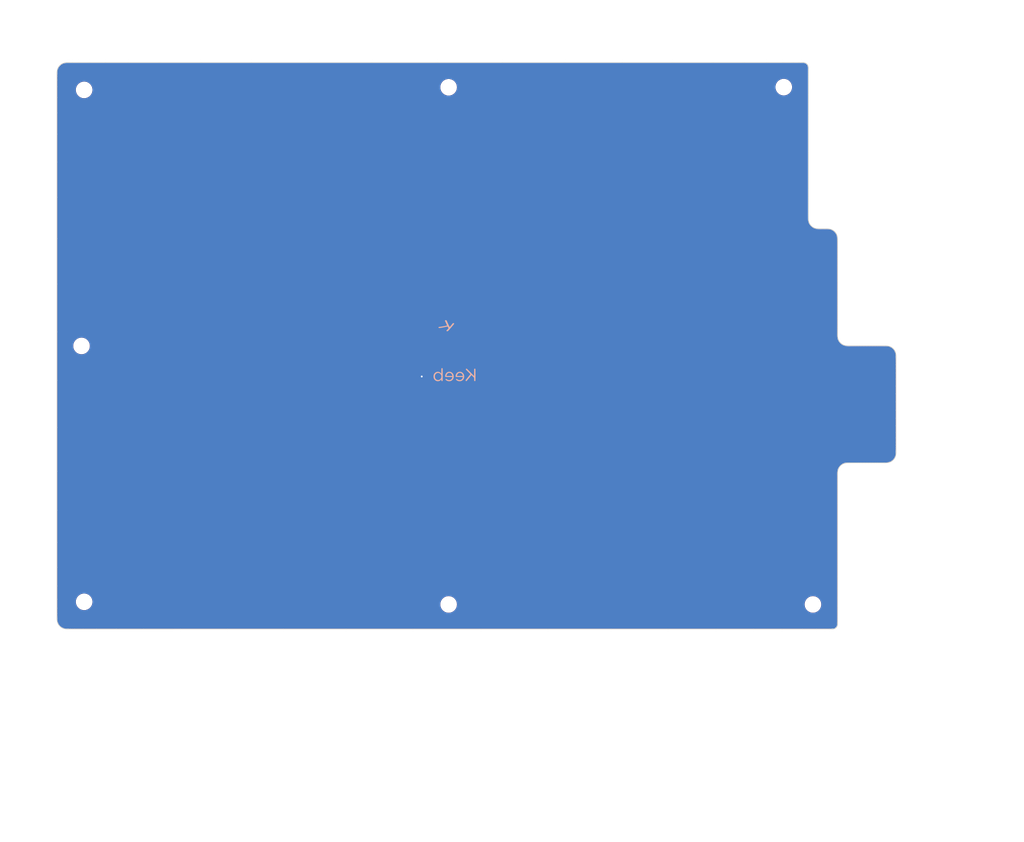
<source format=kicad_pcb>
(kicad_pcb (version 20221018) (generator pcbnew)
  (layers (0 "F.Cu" signal) (31 "B.Cu" signal) (34 "B.Paste" user) (35 "F.Paste" user) (36 "B.SilkS" user "B.Silkscreen") (37 "F.SilkS" user "F.Silkscreen") (38 "B.Mask" user) (39 "F.Mask" user) (44 "Edge.Cuts" user))
  (net 0 "")
  (net 1 "GND")
  (footprint "Mounting_Holes:MountingHole_2.2mm_M2" (layer "F.Cu") (at 138.275 103.325)
    (fp_text reference "REF**" hide)
    (fp_text value "MountingHole_2.2mm_M2" hide)
    (pad "" np_thru_hole circle (at 0 0) (size 2.2 2.2) (drill 2.2) (layers "*.Cu" "*.Mask"))
  )
  (footprint "Keebio-Parts:VIA-0.6mm" (layer "F.Cu") (at 74.6 66.225)
    (fp_text reference "REF**" hide)
    (fp_text value "VIA-0.6mm" hide)
    (pad "1" thru_hole circle (at 0 0) (size 0.6 0.6) (drill 0.3) (layers "*.Cu") (net 1 "GND"))
  )
  (footprint "Mounting_Holes:MountingHole_2.2mm_M2" (layer "F.Cu") (at 78.975 103.325)
    (fp_text reference "REF**" hide)
    (fp_text value "MountingHole_2.2mm_M2" hide)
    (pad "" np_thru_hole circle (at 0 0) (size 2.2 2.2) (drill 2.2) (layers "*.Cu" "*.Mask"))
  )
  (footprint "Mounting_Holes:MountingHole_2.2mm_M2" (layer "F.Cu") (at 19.65 102.9)
    (fp_text reference "REF**" hide)
    (fp_text value "MountingHole_2.2mm_M2" hide)
    (pad "" np_thru_hole circle (at 0 0) (size 2.2 2.2) (drill 2.2) (layers "*.Cu" "*.Mask"))
  )
  (footprint "Mounting_Holes:MountingHole_2.2mm_M2" (layer "F.Cu") (at 19.225 61.25)
    (fp_text reference "REF**" hide)
    (fp_text value "MountingHole_2.2mm_M2" hide)
    (pad "" np_thru_hole circle (at 0 0) (size 2.2 2.2) (drill 2.2) (layers "*.Cu" "*.Mask"))
  )
  (footprint "Mounting_Holes:MountingHole_2.2mm_M2" (layer "F.Cu") (at 19.65 19.575)
    (fp_text reference "REF**" hide)
    (fp_text value "MountingHole_2.2mm_M2" hide)
    (pad "" np_thru_hole circle (at 0 0) (size 2.2 2.2) (drill 2.2) (layers "*.Cu" "*.Mask"))
  )
  (footprint "Mounting_Holes:MountingHole_2.2mm_M2" (layer "F.Cu") (at 78.975 19.15)
    (fp_text reference "REF**" hide)
    (fp_text value "MountingHole_2.2mm_M2" hide)
    (pad "" np_thru_hole circle (at 0 0) (size 2.2 2.2) (drill 2.2) (layers "*.Cu" "*.Mask"))
  )
  (footprint "Mounting_Holes:MountingHole_2.2mm_M2" (layer "F.Cu") (at 133.525 19.125)
    (fp_text reference "REF**" hide)
    (fp_text value "MountingHole_2.2mm_M2" hide)
    (pad "" np_thru_hole circle (at 0 0) (size 2.2 2.2) (drill 2.2) (layers "*.Cu" "*.Mask"))
  )
  (footprint "Keebio-Art:Keebio-TwoTone" (layer "B.Cu") (at 78.58125 61.317188 180)
    (fp_text reference "G***" hide)
    (fp_text value "LOGO" hide)
  )
  (gr_line (start 15.413502 106.491109) (end 15.482171 106.60571) (stroke (width 0.1)) (layer "Edge.Cuts"))
  (gr_line (start 151.806322 78.409879) (end 151.806322 78.338959) (stroke (width 0.1)) (layer "Edge.Cuts"))
  (gr_line (start 150.947817 80.09521) (end 151.063134 80.028405) (stroke (width 0.1)) (layer "Edge.Cuts"))
  (gr_line (start 142.281322 45.007843) (end 142.281322 44.637809) (stroke (width 0.1)) (layer "Edge.Cuts"))
  (gr_line (start 137.512548 15.870954) (end 137.505899 15.815023) (stroke (width 0.1)) (layer "Edge.Cuts"))
  (gr_line (start 143.035657 80.522876) (end 143.151389 80.457205) (stroke (width 0.1)) (layer "Edge.Cuts"))
  (gr_line (start 15.219375 97.285287) (end 15.219375 100.322761) (stroke (width 0.1)) (layer "Edge.Cuts"))
  (gr_line (start 143.151389 80.457205) (end 143.270673 80.403649) (stroke (width 0.1)) (layer "Edge.Cuts"))
  (gr_line (start 15.219759 105.599903) (end 15.22189 105.688643) (stroke (width 0.1)) (layer "Edge.Cuts"))
  (gr_line (start 145.257311 61.229177) (end 144.952924 61.229177) (stroke (width 0.1)) (layer "Edge.Cuts"))
  (gr_line (start 138.383104 41.998194) (end 138.267578 41.931955) (stroke (width 0.1)) (layer "Edge.Cuts"))
  (gr_line (start 151.173595 79.950716) (end 151.278033 79.86331) (stroke (width 0.1)) (layer "Edge.Cuts"))
  (gr_line (start 137.518822 16.08866) (end 137.518822 16.046171) (stroke (width 0.1)) (layer "Edge.Cuts"))
  (gr_line (start 142.721579 80.781216) (end 142.819585 80.686049) (stroke (width 0.1)) (layer "Edge.Cuts"))
  (gr_line (start 149.989267 80.279177) (end 150.062456 80.278935) (stroke (width 0.1)) (layer "Edge.Cuts"))
  (gr_line (start 151.793239 62.710008) (end 151.779604 62.597635) (stroke (width 0.1)) (layer "Edge.Cuts"))
  (gr_line (start 137.716056 41.345596) (end 137.658635 41.22728) (stroke (width 0.1)) (layer "Edge.Cuts"))
  (gr_line (start 142.276991 106.565059) (end 142.279888 106.514858) (stroke (width 0.1)) (layer "Edge.Cuts"))
  (gr_line (start 142.263039 106.677047) (end 142.271628 106.619494) (stroke (width 0.1)) (layer "Edge.Cuts"))
  (gr_line (start 141.960397 107.169367) (end 142.012816 107.126216) (stroke (width 0.1)) (layer "Edge.Cuts"))
  (gr_line (start 97.933401 15.129177) (end 87.740958 15.129176) (stroke (width 0.1)) (layer "Edge.Cuts"))
  (gr_line (start 147.798463 80.279177) (end 148.252856 80.279177) (stroke (width 0.1)) (layer "Edge.Cuts"))
  (gr_line (start 151.806322 71.711946) (end 151.806322 70.367824) (stroke (width 0.1)) (layer "Edge.Cuts"))
  (gr_line (start 137.527116 40.642224) (end 137.521514 40.542063) (stroke (width 0.1)) (layer "Edge.Cuts"))
  (gr_line (start 151.729234 62.359555) (end 151.689454 62.238317) (stroke (width 0.1)) (layer "Edge.Cuts"))
  (gr_line (start 137.518822 29.788721) (end 137.518822 27.641593) (stroke (width 0.1)) (layer "Edge.Cuts"))
  (gr_line (start 15.219375 23.315871) (end 15.219375 26.771767) (stroke (width 0.1)) (layer "Edge.Cuts"))
  (gr_line (start 151.806322 78.338959) (end 151.806322 78.232875) (stroke (width 0.1)) (layer "Edge.Cuts"))
  (gr_line (start 141.294712 107.329187) (end 141.371663 107.329186) (stroke (width 0.1)) (layer "Edge.Cuts"))
  (gr_line (start 142.281322 58.592667) (end 142.281322 58.150658) (stroke (width 0.1)) (layer "Edge.Cuts"))
  (gr_line (start 150.097897 61.229888) (end 150.018663 61.229194) (stroke (width 0.1)) (layer "Edge.Cuts"))
  (gr_line (start 66.514364 15.129176) (end 56.291979 15.129176) (stroke (width 0.1)) (layer "Edge.Cuts"))
  (gr_line (start 144.540732 61.229177) (end 144.410394 61.229177) (stroke (width 0.1)) (layer "Edge.Cuts"))
  (gr_line (start 142.281322 105.271317) (end 142.281322 104.563018) (stroke (width 0.1)) (layer "Edge.Cuts"))
  (gr_line (start 128.616107 107.329313) (end 133.243508 107.329267) (stroke (width 0.1)) (layer "Edge.Cuts"))
  (gr_line (start 142.510064 60.450536) (end 142.446889 60.333945) (stroke (width 0.1)) (layer "Edge.Cuts"))
  (gr_line (start 15.219375 102.486889) (end 15.219375 103.929587) (stroke (width 0.1)) (layer "Edge.Cuts"))
  (gr_line (start 151.806322 78.473098) (end 151.806322 78.409879) (stroke (width 0.1)) (layer "Edge.Cuts"))
  (gr_line (start 15.336244 16.138316) (end 15.296463 16.259553) (stroke (width 0.1)) (layer "Edge.Cuts"))
  (gr_line (start 142.281322 90.485591) (end 142.281322 88.554205) (stroke (width 0.1)) (layer "Edge.Cuts"))
  (gr_line (start 140.461056 42.179177) (end 140.403387 42.179177) (stroke (width 0.1)) (layer "Edge.Cuts"))
  (gr_line (start 141.297899 42.305992) (end 141.176797 42.263833) (stroke (width 0.1)) (layer "Edge.Cuts"))
  (gr_line (start 139.396757 42.179177) (end 139.339089 42.179177) (stroke (width 0.1)) (layer "Edge.Cuts"))
  (gr_line (start 141.90503 107.207614) (end 141.960397 107.169367) (stroke (width 0.1)) (layer "Edge.Cuts"))
  (gr_line (start 145.465639 80.279177) (end 145.877663 80.279177) (stroke (width 0.1)) (layer "Edge.Cuts"))
  (gr_line (start 142.281322 96.841829) (end 142.281322 94.711233) (stroke (width 0.1)) (layer "Edge.Cuts"))
  (gr_line (start 142.631817 80.883881) (end 142.721579 80.781216) (stroke (width 0.1)) (layer "Edge.Cuts"))
  (gr_line (start 142.281399 59.460957) (end 142.281322 59.392268) (stroke (width 0.1)) (layer "Edge.Cuts"))
  (gr_line (start 142.317973 81.586468) (end 142.343182 81.467077) (stroke (width 0.1)) (layer "Edge.Cuts"))
  (gr_line (start 15.219375 19.066457) (end 15.219375 20.798074) (stroke (width 0.1)) (layer "Edge.Cuts"))
  (gr_line (start 141.371663 107.329186) (end 141.407501 107.329098) (stroke (width 0.1)) (layer "Edge.Cuts"))
  (gr_line (start 142.281322 59.392268) (end 142.281322 59.328807) (stroke (width 0.1)) (layer "Edge.Cuts"))
  (gr_line (start 142.307215 59.855053) (end 142.293894 59.742993) (stroke (width 0.1)) (layer "Edge.Cuts"))
  (gr_line (start 137.518822 35.528531) (end 137.518822 33.814018) (stroke (width 0.1)) (layer "Edge.Cuts"))
  (gr_line (start 46.87138 15.129176) (end 38.658451 15.129176) (stroke (width 0.1)) (layer "Edge.Cuts"))
  (gr_line (start 148.999334 80.279177) (end 149.265983 80.279177) (stroke (width 0.1)) (layer "Edge.Cuts"))
  (gr_line (start 142.300755 81.701842) (end 142.317973 81.586468) (stroke (width 0.1)) (layer "Edge.Cuts"))
  (gr_line (start 15.237489 105.89671) (end 15.254003 106.011569) (stroke (width 0.1)) (layer "Edge.Cuts"))
  (gr_line (start 150.354339 80.263128) (end 150.468289 80.247753) (stroke (width 0.1)) (layer "Edge.Cuts"))
  (gr_line (start 142.281322 59.112156) (end 142.281322 58.904006) (stroke (width 0.1)) (layer "Edge.Cuts"))
  (gr_line (start 15.219375 105.258363) (end 15.219375 105.448274) (stroke (width 0.1)) (layer "Edge.Cuts"))
  (gr_line (start 150.879911 61.380181) (end 150.759477 61.332465) (stroke (width 0.1)) (layer "Edge.Cuts"))
  (gr_line (start 15.806784 15.493771) (end 15.705268 15.584965) (stroke (width 0.1)) (layer "Edge.Cuts"))
  (gr_line (start 145.634417 61.229177) (end 145.257311 61.229177) (stroke (width 0.1)) (layer "Edge.Cuts"))
  (gr_line (start 137.518822 21.644226) (end 137.518822 20.065867) (stroke (width 0.1)) (layer "Edge.Cuts"))
  (gr_line (start 15.219375 100.322761) (end 15.219375 102.486889) (stroke (width 0.1)) (layer "Edge.Cuts"))
  (gr_line (start 16.623496 15.150947) (end 16.50731 15.169371) (stroke (width 0.1)) (layer "Edge.Cuts"))
  (gr_line (start 115.447161 15.129177) (end 107.304096 15.129177) (stroke (width 0.1)) (layer "Edge.Cuts"))
  (gr_line (start 137.518822 40.228079) (end 137.518822 40.08311) (stroke (width 0.1)) (layer "Edge.Cuts"))
  (gr_line (start 145.118388 80.279177) (end 145.465639 80.279177) (stroke (width 0.1)) (layer "Edge.Cuts"))
  (gr_line (start 137.518822 40.311621) (end 137.518822 40.228079) (stroke (width 0.1)) (layer "Edge.Cuts"))
  (gr_line (start 137.495698 15.756447) (end 137.481185 15.696341) (stroke (width 0.1)) (layer "Edge.Cuts"))
  (gr_line (start 107.304096 15.129177) (end 97.933401 15.129177) (stroke (width 0.1)) (layer "Edge.Cuts"))
  (gr_line (start 142.281322 82.143455) (end 142.281326 82.078471) (stroke (width 0.1)) (layer "Edge.Cuts"))
  (gr_line (start 137.521514 40.542063) (end 137.519257 40.452734) (stroke (width 0.1)) (layer "Edge.Cuts"))
  (gr_line (start 23.121398 15.129176) (end 20.473628 15.129176) (stroke (width 0.1)) (layer "Edge.Cuts"))
  (gr_line (start 142.281322 82.225081) (end 142.281322 82.143455) (stroke (width 0.1)) (layer "Edge.Cuts"))
  (gr_line (start 143.56343 61.187875) (end 143.443472 61.160766) (stroke (width 0.1)) (layer "Edge.Cuts"))
  (gr_line (start 140.205713 42.179177) (end 140.167848 42.179177) (stroke (width 0.1)) (layer "Edge.Cuts"))
  (gr_line (start 145.877663 80.279177) (end 146.335754 80.279177) (stroke (width 0.1)) (layer "Edge.Cuts"))
  (gr_line (start 151.806227 62.993642) (end 151.805028 62.910246) (stroke (width 0.1)) (layer "Edge.Cuts"))
  (gr_line (start 143.322207 61.123819) (end 143.201871 61.075509) (stroke (width 0.1)) (layer "Edge.Cuts"))
  (gr_line (start 142.262557 43.607373) (end 142.245693 43.492254) (stroke (width 0.1)) (layer "Edge.Cuts"))
  (gr_line (start 142.281322 106.35923) (end 142.281322 106.34689) (stroke (width 0.1)) (layer "Edge.Cuts"))
  (gr_line (start 142.281322 49.376336) (end 142.281322 48.162078) (stroke (width 0.1)) (layer "Edge.Cuts"))
  (gr_line (start 142.281322 103.593802) (end 142.281322 102.322755) (stroke (width 0.1)) (layer "Edge.Cuts"))
  (gr_line (start 138.502245 42.052362) (end 138.383104 41.998194) (stroke (width 0.1)) (layer "Edge.Cuts"))
  (gr_line (start 142.281077 106.470005) (end 142.28132 106.431615) (stroke (width 0.1)) (layer "Edge.Cuts"))
  (gr_line (start 141.787795 107.267091) (end 141.847298 107.240374) (stroke (width 0.1)) (layer "Edge.Cuts"))
  (gr_line (start 150.707766 80.192707) (end 150.828822 80.149989) (stroke (width 0.1)) (layer "Edge.Cuts"))
  (gr_line (start 151.806322 69.038392) (end 151.806322 67.774852) (stroke (width 0.1)) (layer "Edge.Cuts"))
  (gr_line (start 150.518388 61.269372) (end 150.402202 61.250949) (stroke (width 0.1)) (layer "Edge.Cuts"))
  (gr_line (start 142.281322 44.384029) (end 142.281322 44.219022) (stroke (width 0.1)) (layer "Edge.Cuts"))
  (gr_line (start 15.219375 16.963463) (end 15.219375 17.069525) (stroke (width 0.1)) (layer "Edge.Cuts"))
  (gr_line (start 137.518822 39.43772) (end 137.518822 38.851712) (stroke (width 0.1)) (layer "Edge.Cuts"))
  (gr_line (start 137.518824 40.376472) (end 137.518822 40.311621) (stroke (width 0.1)) (layer "Edge.Cuts"))
  (gr_line (start 142.551466 80.992875) (end 142.631817 80.883881) (stroke (width 0.1)) (layer "Edge.Cuts"))
  (gr_line (start 139.08297 42.172762) (end 138.976252 42.163715) (stroke (width 0.1)) (layer "Edge.Cuts"))
  (gr_line (start 15.22189 105.688643) (end 15.227292 105.788323) (stroke (width 0.1)) (layer "Edge.Cuts"))
  (gr_line (start 142.281322 106.331493) (end 142.281322 106.33109) (stroke (width 0.1)) (layer "Edge.Cuts"))
  (gr_line (start 16.26622 15.232464) (end 16.145786 15.280179) (stroke (width 0.1)) (layer "Edge.Cuts"))
  (gr_line (start 137.481185 15.696341) (end 137.461599 15.635822) (stroke (width 0.1)) (layer "Edge.Cuts"))
  (gr_line (start 144.717816 61.229177) (end 144.540732 61.229177) (stroke (width 0.1)) (layer "Edge.Cuts"))
  (gr_line (start 16.835976 15.132729) (end 16.733796 15.139241) (stroke (width 0.1)) (layer "Edge.Cuts"))
  (gr_line (start 15.962573 107.079656) (end 16.077891 107.14646) (stroke (width 0.1)) (layer "Edge.Cuts"))
  (gr_line (start 137.51823 15.970419) (end 137.516405 15.923125) (stroke (width 0.1)) (layer "Edge.Cuts"))
  (gr_line (start 139.866 42.179177) (end 139.799152 42.179177) (stroke (width 0.1)) (layer "Edge.Cuts"))
  (gr_line (start 142.284198 81.9116) (end 142.290005 81.810965) (stroke (width 0.1)) (layer "Edge.Cuts"))
  (gr_line (start 142.281322 88.554205) (end 142.281322 86.85288) (stroke (width 0.1)) (layer "Edge.Cuts"))
  (gr_line (start 139.535623 42.179177) (end 139.508326 42.179177) (stroke (width 0.1)) (layer "Edge.Cuts"))
  (gr_line (start 144.480118 80.279177) (end 144.635898 80.279177) (stroke (width 0.1)) (layer "Edge.Cuts"))
  (gr_line (start 151.806322 66.628405) (end 151.806322 65.650241) (stroke (width 0.1)) (layer "Edge.Cuts"))
  (gr_line (start 141.498553 107.326143) (end 141.551589 107.321757) (stroke (width 0.1)) (layer "Edge.Cuts"))
  (gr_line (start 151.713619 79.200516) (end 151.747339 79.079419) (stroke (width 0.1)) (layer "Edge.Cuts"))
  (gr_line (start 139.339089 42.179177) (end 139.266623 42.17897) (stroke (width 0.1)) (layer "Edge.Cuts"))
  (gr_line (start 150.586843 80.224788) (end 150.707766 80.192707) (stroke (width 0.1)) (layer "Edge.Cuts"))
  (gr_line (start 15.219375 93.222549) (end 15.219375 97.285287) (stroke (width 0.1)) (layer "Edge.Cuts"))
  (gr_line (start 15.219375 81.655563) (end 15.219375 87.990726) (stroke (width 0.1)) (layer "Edge.Cuts"))
  (gr_line (start 140.717175 42.185592) (end 140.619639 42.181015) (stroke (width 0.1)) (layer "Edge.Cuts"))
  (gr_line (start 142.281322 106.400657) (end 142.281322 106.376839) (stroke (width 0.1)) (layer "Edge.Cuts"))
  (gr_line (start 142.281322 83.572763) (end 142.281322 82.997078) (stroke (width 0.1)) (layer "Edge.Cuts"))
  (gr_line (start 142.281322 92.565211) (end 142.281322 90.485591) (stroke (width 0.1)) (layer "Edge.Cuts"))
  (gr_line (start 150.759477 61.332465) (end 150.638224 61.296037) (stroke (width 0.1)) (layer "Edge.Cuts"))
  (gr_line (start 15.747672 106.91456) (end 15.852111 107.001967) (stroke (width 0.1)) (layer "Edge.Cuts"))
  (gr_line (start 138.623347 42.094521) (end 138.502245 42.052362) (stroke (width 0.1)) (layer "Edge.Cuts"))
  (gr_line (start 141.407501 107.329098) (end 141.450152 107.328337) (stroke (width 0.1)) (layer "Edge.Cuts"))
  (gr_line (start 143.8505 80.285275) (end 143.947526 80.280878) (stroke (width 0.1)) (layer "Edge.Cuts"))
  (gr_line (start 149.671762 61.229177) (end 149.539389 61.229177) (stroke (width 0.1)) (layer "Edge.Cuts"))
  (gr_line (start 151.689454 62.238317) (end 151.63793 62.118588) (stroke (width 0.1)) (layer "Edge.Cuts"))
  (gr_line (start 15.219376 105.524341) (end 15.219759 105.599903) (stroke (width 0.1)) (layer "Edge.Cuts"))
  (gr_line (start 140.358076 42.179177) (end 140.321945 42.179177) (stroke (width 0.1)) (layer "Edge.Cuts"))
  (gr_line (start 142.293894 59.742993) (end 142.286166 59.638467) (stroke (width 0.1)) (layer "Edge.Cuts"))
  (gr_line (start 139.4782 42.179177) (end 139.442069 42.179177) (stroke (width 0.1)) (layer "Edge.Cuts"))
  (gr_line (start 135.996709 15.129177) (end 135.036502 15.129177) (stroke (width 0.1)) (layer "Edge.Cuts"))
  (gr_line (start 151.806322 63.541923) (end 151.806322 63.338139) (stroke (width 0.1)) (layer "Edge.Cuts"))
  (gr_line (start 142.220912 43.373008) (end 142.186692 43.25187) (stroke (width 0.1)) (layer "Edge.Cuts"))
  (gr_line (start 141.643294 42.50358) (end 141.532567 42.426399) (stroke (width 0.1)) (layer "Edge.Cuts"))
  (gr_line (start 62.305565 107.329971) (end 73.163167 107.329863) (stroke (width 0.1)) (layer "Edge.Cuts"))
  (gr_line (start 151.801206 62.814957) (end 151.793239 62.710008) (stroke (width 0.1)) (layer "Edge.Cuts"))
  (gr_line (start 142.281322 106.338884) (end 142.281322 106.334274) (stroke (width 0.1)) (layer "Edge.Cuts"))
  (gr_line (start 142.281322 106.313649) (end 142.281322 106.239866) (stroke (width 0.1)) (layer "Edge.Cuts"))
  (gr_line (start 122.488364 107.329374) (end 128.616107 107.329313) (stroke (width 0.1)) (layer "Edge.Cuts"))
  (gr_line (start 18.136582 107.330409) (end 19.472433 107.330396) (stroke (width 0.1)) (layer "Edge.Cuts"))
  (gr_line (start 142.280887 43.90562) (end 142.278631 43.816291) (stroke (width 0.1)) (layer "Edge.Cuts"))
  (gr_line (start 151.669012 79.321381) (end 151.713619 79.200516) (stroke (width 0.1)) (layer "Edge.Cuts"))
  (gr_line (start 142.281322 106.332123) (end 142.281322 106.331493) (stroke (width 0.1)) (layer "Edge.Cuts"))
  (gr_line (start 142.584488 60.562635) (end 142.510064 60.450536) (stroke (width 0.1)) (layer "Edge.Cuts"))
  (gr_line (start 139.563266 42.179177) (end 139.535623 42.179177) (stroke (width 0.1)) (layer "Edge.Cuts"))
  (gr_line (start 142.278631 43.816291) (end 142.273029 43.716131) (stroke (width 0.1)) (layer "Edge.Cuts"))
  (gr_line (start 15.219375 37.050301) (end 15.219375 43.769167) (stroke (width 0.1)) (layer "Edge.Cuts"))
  (gr_line (start 142.281322 106.33109) (end 142.281322 106.313649) (stroke (width 0.1)) (layer "Edge.Cuts"))
  (gr_line (start 151.806322 78.232875) (end 151.806322 78.064145) (stroke (width 0.1)) (layer "Edge.Cuts"))
  (gr_line (start 15.219375 105.448274) (end 15.219376 105.524341) (stroke (width 0.1)) (layer "Edge.Cuts"))
  (gr_line (start 20.473628 15.129176) (end 18.750277 15.129176) (stroke (width 0.1)) (layer "Edge.Cuts"))
  (gr_line (start 151.110877 61.511799) (end 150.997487 61.440212) (stroke (width 0.1)) (layer "Edge.Cuts"))
  (gr_line (start 151.806322 77.80529) (end 151.806322 77.428829) (stroke (width 0.1)) (layer "Edge.Cuts"))
  (gr_line (start 15.219375 51.174272) (end 15.219375 58.965539) (stroke (width 0.1)) (layer "Edge.Cuts"))
  (gr_line (start 151.414256 61.784212) (end 151.320429 61.684966) (stroke (width 0.1)) (layer "Edge.Cuts"))
  (gr_line (start 151.806322 76.213171) (end 151.806322 75.320422) (stroke (width 0.1)) (layer "Edge.Cuts"))
  (gr_line (start 144.244848 61.229177) (end 144.187086 61.229177) (stroke (width 0.1)) (layer "Edge.Cuts"))
  (gr_line (start 17.257553 15.129176) (end 17.078538 15.129176) (stroke (width 0.1)) (layer "Edge.Cuts"))
  (gr_line (start 141.176797 42.263833) (end 141.055939 42.232236) (stroke (width 0.1)) (layer "Edge.Cuts"))
  (gr_line (start 144.283098 80.279177) (end 144.366277 80.279177) (stroke (width 0.1)) (layer "Edge.Cuts"))
  (gr_line (start 142.423666 81.225182) (end 142.481694 81.107031) (stroke (width 0.1)) (layer "Edge.Cuts"))
  (gr_line (start 141.667109 107.303368) (end 141.727364 107.287845) (stroke (width 0.1)) (layer "Edge.Cuts"))
  (gr_line (start 17.007035 15.129193) (end 16.9278 15.129887) (stroke (width 0.1)) (layer "Edge.Cuts"))
  (gr_line (start 151.218914 61.593773) (end 151.110877 61.511799) (stroke (width 0.1)) (layer "Edge.Cuts"))
  (gr_line (start 142.281322 58.904006) (end 142.281322 58.592667) (stroke (width 0.1)) (layer "Edge.Cuts"))
  (gr_line (start 150.828822 80.149989) (end 150.947817 80.09521) (stroke (width 0.1)) (layer "Edge.Cuts"))
  (gr_line (start 142.281322 44.637809) (end 142.281322 44.384029) (stroke (width 0.1)) (layer "Edge.Cuts"))
  (gr_line (start 138.744205 42.126118) (end 138.623347 42.094521) (stroke (width 0.1)) (layer "Edge.Cuts"))
  (gr_line (start 146.540388 61.229177) (end 146.068375 61.229177) (stroke (width 0.1)) (layer "Edge.Cuts"))
  (gr_line (start 142.281322 58.150658) (end 142.281322 57.550499) (stroke (width 0.1)) (layer "Edge.Cuts"))
  (gr_line (start 136.668238 15.129571) (end 136.628356 15.129189) (stroke (width 0.1)) (layer "Edge.Cuts"))
  (gr_line (start 150.189722 61.23273) (end 150.097897 61.229888) (stroke (width 0.1)) (layer "Edge.Cuts"))
  (gr_line (start 52.101852 107.330072) (end 62.305565 107.329971) (stroke (width 0.1)) (layer "Edge.Cuts"))
  (gr_line (start 151.806322 63.847545) (end 151.806322 63.541923) (stroke (width 0.1)) (layer "Edge.Cuts"))
  (gr_line (start 151.806322 65.650241) (end 151.806322 64.874224) (stroke (width 0.1)) (layer "Edge.Cuts"))
  (gr_line (start 140.321945 42.179177) (end 140.291819 42.179177) (stroke (width 0.1)) (layer "Edge.Cuts"))
  (gr_line (start 143.744181 80.294067) (end 143.8505 80.285275) (stroke (width 0.1)) (layer "Edge.Cuts"))
  (gr_line (start 149.620401 80.279177) (end 149.730726 80.279177) (stroke (width 0.1)) (layer "Edge.Cuts"))
  (gr_line (start 142.819585 80.686049) (end 142.924666 80.599546) (stroke (width 0.1)) (layer "Edge.Cuts"))
  (gr_line (start 151.806322 70.367824) (end 151.806322 69.038392) (stroke (width 0.1)) (layer "Edge.Cuts"))
  (gr_line (start 142.281322 106.334274) (end 142.281322 106.332123) (stroke (width 0.1)) (layer "Edge.Cuts"))
  (gr_line (start 141.417041 42.36016) (end 141.297899 42.305992) (stroke (width 0.1)) (layer "Edge.Cuts"))
  (gr_line (start 16.145786 15.280179) (end 16.02821 15.340211) (stroke (width 0.1)) (layer "Edge.Cuts"))
  (gr_line (start 143.630804 80.308776) (end 143.744181 80.294067) (stroke (width 0.1)) (layer "Edge.Cuts"))
  (gr_line (start 15.219375 103.929587) (end 15.219375 104.802773) (stroke (width 0.1)) (layer "Edge.Cuts"))
  (gr_line (start 142.250464 106.736605) (end 142.263039 106.677047) (stroke (width 0.1)) (layer "Edge.Cuts"))
  (gr_line (start 142.281322 84.378948) (end 142.281322 83.572763) (stroke (width 0.1)) (layer "Edge.Cuts"))
  (gr_line (start 136.938776 15.163322) (end 136.878903 15.149791) (stroke (width 0.1)) (layer "Edge.Cuts"))
  (gr_line (start 142.668993 60.669074) (end 142.584488 60.562635) (stroke (width 0.1)) (layer "Edge.Cuts"))
  (gr_line (start 144.410394 61.229177) (end 144.315525 61.229177) (stroke (width 0.1)) (layer "Edge.Cuts"))
  (gr_line (start 16.671374 107.314375) (end 16.778488 107.32368) (stroke (width 0.1)) (layer "Edge.Cuts"))
  (gr_line (start 15.611442 15.684211) (end 15.526471 15.790341) (stroke (width 0.1)) (layer "Edge.Cuts"))
  (gr_line (start 142.863576 60.860302) (end 142.762412 60.768686) (stroke (width 0.1)) (layer "Edge.Cuts"))
  (gr_line (start 144.952924 61.229177) (end 144.717816 61.229177) (stroke (width 0.1)) (layer "Edge.Cuts"))
  (gr_line (start 15.482171 106.60571) (end 15.561535 106.715265) (stroke (width 0.1)) (layer "Edge.Cuts"))
  (gr_line (start 15.650424 106.818604) (end 15.747672 106.91456) (stroke (width 0.1)) (layer "Edge.Cuts"))
  (gr_line (start 142.186692 43.25187) (end 142.14151 43.131074) (stroke (width 0.1)) (layer "Edge.Cuts"))
  (gr_line (start 84.252572 107.329753) (end 95.151692 107.329645) (stroke (width 0.1)) (layer "Edge.Cuts"))
  (gr_line (start 142.395972 60.214091) (end 142.35673 60.092837) (stroke (width 0.1)) (layer "Edge.Cuts"))
  (gr_line (start 142.286166 59.638467) (end 142.282509 59.54371) (stroke (width 0.1)) (layer "Edge.Cuts"))
  (gr_line (start 137.865136 41.569252) (end 137.785278 41.459976) (stroke (width 0.1)) (layer "Edge.Cuts"))
  (gr_line (start 142.281322 55.777083) (end 142.281322 54.62368) (stroke (width 0.1)) (layer "Edge.Cuts"))
  (gr_line (start 130.769976 15.129177) (end 127.055898 15.129177) (stroke (width 0.1)) (layer "Edge.Cuts"))
  (gr_line (start 143.679848 61.206669) (end 143.56343 61.187875) (stroke (width 0.1)) (layer "Edge.Cuts"))
  (gr_line (start 142.281322 59.244596) (end 142.281322 59.112156) (stroke (width 0.1)) (layer "Edge.Cuts"))
  (gr_line (start 144.104764 80.279177) (end 144.163619 80.279177) (stroke (width 0.1)) (layer "Edge.Cuts"))
  (gr_line (start 142.281322 46.206594) (end 142.281322 45.521611) (stroke (width 0.1)) (layer "Edge.Cuts"))
  (gr_line (start 137.518822 38.033105) (end 137.518822 36.939107) (stroke (width 0.1)) (layer "Edge.Cuts"))
  (gr_line (start 142.281322 106.239866) (end 142.281322 106.068826) (stroke (width 0.1)) (layer "Edge.Cuts"))
  (gr_line (start 127.055898 15.129177) (end 122.016103 15.129177) (stroke (width 0.1)) (layer "Edge.Cuts"))
  (gr_line (start 32.009482 15.129176) (end 26.898409 15.129176) (stroke (width 0.1)) (layer "Edge.Cuts"))
  (gr_line (start 142.762412 60.768686) (end 142.668993 60.669074) (stroke (width 0.1)) (layer "Edge.Cuts"))
  (gr_line (start 142.181369 106.916211) (end 142.210316 106.857273) (stroke (width 0.1)) (layer "Edge.Cuts"))
  (gr_line (start 149.265983 80.279177) (end 149.469246 80.279177) (stroke (width 0.1)) (layer "Edge.Cuts"))
  (gr_line (start 151.806322 64.874224) (end 151.806322 64.282485) (stroke (width 0.1)) (layer "Edge.Cuts"))
  (gr_line (start 15.219375 104.802773) (end 15.219375 105.258363) (stroke (width 0.1)) (layer "Edge.Cuts"))
  (gr_line (start 143.79049 61.21867) (end 143.679848 61.206669) (stroke (width 0.1)) (layer "Edge.Cuts"))
  (gr_line (start 151.806322 63.063016) (end 151.806227 62.993642) (stroke (width 0.1)) (layer "Edge.Cuts"))
  (gr_line (start 151.806322 63.126166) (end 151.806322 63.063016) (stroke (width 0.1)) (layer "Edge.Cuts"))
  (gr_line (start 142.012816 107.126216) (end 142.061705 107.078742) (stroke (width 0.1)) (layer "Edge.Cuts"))
  (gr_line (start 139.679721 42.179177) (end 139.632297 42.179177) (stroke (width 0.1)) (layer "Edge.Cuts"))
  (gr_line (start 137.658635 41.22728) (end 137.613452 41.106484) (stroke (width 0.1)) (layer "Edge.Cuts"))
  (gr_line (start 142.281322 56.76471) (end 142.281322 55.777083) (stroke (width 0.1)) (layer "Edge.Cuts"))
  (gr_line (start 142.281322 102.322755) (end 142.281322 100.72942) (stroke (width 0.1)) (layer "Edge.Cuts"))
  (gr_line (start 15.246094 16.497634) (end 15.232458 16.610007) (stroke (width 0.1)) (layer "Edge.Cuts"))
  (gr_line (start 151.806322 63.208714) (end 151.806322 63.126166) (stroke (width 0.1)) (layer "Edge.Cuts"))
  (gr_line (start 122.016103 15.129177) (end 115.447161 15.129177) (stroke (width 0.1)) (layer "Edge.Cuts"))
  (gr_line (start 140.000993 42.179177) (end 139.934145 42.179177) (stroke (width 0.1)) (layer "Edge.Cuts"))
  (gr_line (start 149.95379 61.229177) (end 149.897848 61.229177) (stroke (width 0.1)) (layer "Edge.Cuts"))
  (gr_line (start 15.22067 16.810245) (end 15.21947 16.893641) (stroke (width 0.1)) (layer "Edge.Cuts"))
  (gr_line (start 15.561535 106.715265) (end 15.650424 106.818604) (stroke (width 0.1)) (layer "Edge.Cuts"))
  (gr_line (start 148.813402 61.229177) (end 148.433061 61.229177) (stroke (width 0.1)) (layer "Edge.Cuts"))
  (gr_line (start 142.14151 43.131074) (end 142.084089 43.012758) (stroke (width 0.1)) (layer "Edge.Cuts"))
  (gr_line (start 144.163619 80.279177) (end 144.219305 80.279177) (stroke (width 0.1)) (layer "Edge.Cuts"))
  (gr_line (start 35.339487 107.330239) (end 42.974119 107.330163) (stroke (width 0.1)) (layer "Edge.Cuts"))
  (gr_line (start 142.281322 82.997078) (end 142.281322 82.609098) (stroke (width 0.1)) (layer "Edge.Cuts"))
  (gr_line (start 151.806322 63.338139) (end 151.806322 63.208714) (stroke (width 0.1)) (layer "Edge.Cuts"))
  (gr_line (start 15.31208 106.251764) (end 15.356688 106.372629) (stroke (width 0.1)) (layer "Edge.Cuts"))
  (gr_line (start 151.803808 78.637398) (end 151.805939 78.54866) (stroke (width 0.1)) (layer "Edge.Cuts"))
  (gr_line (start 142.210316 106.857273) (end 142.233143 106.797052) (stroke (width 0.1)) (layer "Edge.Cuts"))
  (gr_line (start 16.50731 15.169371) (end 16.387473 15.196036) (stroke (width 0.1)) (layer "Edge.Cuts"))
  (gr_line (start 142.971319 60.942757) (end 142.863576 60.860302) (stroke (width 0.1)) (layer "Edge.Cuts"))
  (gr_line (start 142.084089 43.012758) (end 142.014867 42.898378) (stroke (width 0.1)) (layer "Edge.Cuts"))
  (gr_line (start 142.281322 54.62368) (end 142.281322 53.355702) (stroke (width 0.1)) (layer "Edge.Cuts"))
  (gr_line (start 150.402202 61.250949) (end 150.291901 61.239242) (stroke (width 0.1)) (layer "Edge.Cuts"))
  (gr_line (start 151.806322 77.428829) (end 151.806322 76.907283) (stroke (width 0.1)) (layer "Edge.Cuts"))
  (gr_line (start 137.785278 41.459976) (end 137.716056 41.345596) (stroke (width 0.1)) (layer "Edge.Cuts"))
  (gr_line (start 137.518822 33.814018) (end 137.518822 31.873472) (stroke (width 0.1)) (layer "Edge.Cuts"))
  (gr_line (start 151.758777 62.480072) (end 151.729234 62.359555) (stroke (width 0.1)) (layer "Edge.Cuts"))
  (gr_line (start 137.518822 27.641593) (end 137.518822 25.513916) (stroke (width 0.1)) (layer "Edge.Cuts"))
  (gr_line (start 15.219375 26.771767) (end 15.219375 31.317677) (stroke (width 0.1)) (layer "Edge.Cuts"))
  (gr_line (start 151.278033 79.86331) (end 151.375279 79.767353) (stroke (width 0.1)) (layer "Edge.Cuts"))
  (gr_line (start 15.852111 107.001967) (end 15.962573 107.079656) (stroke (width 0.1)) (layer "Edge.Cuts"))
  (gr_line (start 148.252856 80.279177) (end 148.659334 80.279177) (stroke (width 0.1)) (layer "Edge.Cuts"))
  (gr_line (start 16.876528 107.32844) (end 16.96326 107.33018) (stroke (width 0.1)) (layer "Edge.Cuts"))
  (gr_line (start 147.031659 61.229177) (end 146.540388 61.229177) (stroke (width 0.1)) (layer "Edge.Cuts"))
  (gr_line (start 151.747339 79.079419) (end 151.771695 78.960323) (stroke (width 0.1)) (layer "Edge.Cuts"))
  (gr_line (start 151.806322 74.239447) (end 151.806322 73.019554) (stroke (width 0.1)) (layer "Edge.Cuts"))
  (gr_line (start 144.219305 80.279177) (end 144.283098 80.279177) (stroke (width 0.1)) (layer "Edge.Cuts"))
  (gr_line (start 15.21947 16.893641) (end 15.219375 16.963463) (stroke (width 0.1)) (layer "Edge.Cuts"))
  (gr_line (start 15.219375 17.969105) (end 15.219375 19.066457) (stroke (width 0.1)) (layer "Edge.Cuts"))
  (gr_line (start 144.130961 61.229177) (end 144.065413 61.229152) (stroke (width 0.1)) (layer "Edge.Cuts"))
  (gr_line (start 143.512604 80.330928) (end 143.630804 80.308776) (stroke (width 0.1)) (layer "Edge.Cuts"))
  (gr_line (start 136.714349 15.131061) (end 136.668238 15.129571) (stroke (width 0.1)) (layer "Edge.Cuts"))
  (gr_line (start 137.228211 15.313288) (end 137.174434 15.272134) (stroke (width 0.1)) (layer "Edge.Cuts"))
  (gr_line (start 142.35673 60.092837) (end 142.327652 59.972413) (stroke (width 0.1)) (layer "Edge.Cuts"))
  (gr_line (start 151.806322 75.320422) (end 151.806322 74.239447) (stroke (width 0.1)) (layer "Edge.Cuts"))
  (gr_line (start 139.508326 42.179177) (end 139.4782 42.179177) (stroke (width 0.1)) (layer "Edge.Cuts"))
  (gr_line (start 141.055939 42.232236) (end 140.937559 42.209679) (stroke (width 0.1)) (layer "Edge.Cuts"))
  (gr_line (start 142.924666 80.599546) (end 143.035657 80.522876) (stroke (width 0.1)) (layer "Edge.Cuts"))
  (gr_line (start 17.036449 107.33042) (end 17.131513 107.330419) (stroke (width 0.1)) (layer "Edge.Cuts"))
  (gr_line (start 140.533521 42.179384) (end 140.461056 42.179177) (stroke (width 0.1)) (layer "Edge.Cuts"))
  (gr_line (start 149.897848 61.229177) (end 149.839715 61.229177) (stroke (width 0.1)) (layer "Edge.Cuts"))
  (gr_line (start 139.934145 42.179177) (end 139.866 42.179177) (stroke (width 0.1)) (layer "Edge.Cuts"))
  (gr_line (start 73.163167 107.329863) (end 84.252572 107.329753) (stroke (width 0.1)) (layer "Edge.Cuts"))
  (gr_line (start 139.180506 42.177339) (end 139.08297 42.172762) (stroke (width 0.1)) (layer "Edge.Cuts"))
  (gr_line (start 137.518822 38.851712) (end 137.518822 38.033105) (stroke (width 0.1)) (layer "Edge.Cuts"))
  (gr_line (start 148.659334 80.279177) (end 148.999334 80.279177) (stroke (width 0.1)) (layer "Edge.Cuts"))
  (gr_line (start 56.291979 15.129176) (end 46.87138 15.129176) (stroke (width 0.1)) (layer "Edge.Cuts"))
  (gr_line (start 16.733796 15.139241) (end 16.623496 15.150947) (stroke (width 0.1)) (layer "Edge.Cuts"))
  (gr_line (start 15.232458 16.610007) (end 15.224492 16.714955) (stroke (width 0.1)) (layer "Edge.Cuts"))
  (gr_line (start 142.343182 81.467077) (end 142.377906 81.345903) (stroke (width 0.1)) (layer "Edge.Cuts"))
  (gr_line (start 15.219375 17.069525) (end 15.219375 17.3541) (stroke (width 0.1)) (layer "Edge.Cuts"))
  (gr_line (start 139.594432 42.179177) (end 139.563266 42.179177) (stroke (width 0.1)) (layer "Edge.Cuts"))
  (gr_line (start 15.219375 17.3541) (end 15.219375 17.969105) (stroke (width 0.1)) (layer "Edge.Cuts"))
  (gr_line (start 136.765574 15.134421) (end 136.714349 15.131061) (stroke (width 0.1)) (layer "Edge.Cuts"))
  (gr_line (start 137.518822 16.669837) (end 137.518822 16.358641) (stroke (width 0.1)) (layer "Edge.Cuts"))
  (gr_line (start 137.505899 15.815023) (end 137.495698 15.756447) (stroke (width 0.1)) (layer "Edge.Cuts"))
  (gr_line (start 15.227292 105.788323) (end 15.237489 105.89671) (stroke (width 0.1)) (layer "Edge.Cuts"))
  (gr_line (start 151.806322 76.907283) (end 151.806322 76.213171) (stroke (width 0.1)) (layer "Edge.Cuts"))
  (gr_line (start 38.658451 15.129176) (end 32.009482 15.129176) (stroke (width 0.1)) (layer "Edge.Cuts"))
  (gr_line (start 142.28132 106.431615) (end 142.281322 106.400657) (stroke (width 0.1)) (layer "Edge.Cuts"))
  (gr_line (start 138.156851 41.854774) (end 138.05209 41.767818) (stroke (width 0.1)) (layer "Edge.Cuts"))
  (gr_line (start 137.32533 15.408733) (end 137.278703 15.359015) (stroke (width 0.1)) (layer "Edge.Cuts"))
  (gr_line (start 144.635898 80.279177) (end 144.844896 80.279177) (stroke (width 0.1)) (layer "Edge.Cuts"))
  (gr_line (start 137.174434 15.272134) (end 137.117958 15.236135) (stroke (width 0.1)) (layer "Edge.Cuts"))
  (gr_line (start 151.788209 78.845465) (end 151.798406 78.737078) (stroke (width 0.1)) (layer "Edge.Cuts"))
  (gr_line (start 143.985508 61.228389) (end 143.893122 61.225402) (stroke (width 0.1)) (layer "Edge.Cuts"))
  (gr_line (start 16.077891 107.14646) (end 16.196887 107.201239) (stroke (width 0.1)) (layer "Edge.Cuts"))
  (gr_line (start 137.518822 16.046171) (end 137.518784 16.011722) (stroke (width 0.1)) (layer "Edge.Cuts"))
  (gr_line (start 140.937559 42.209679) (end 140.823893 42.194639) (stroke (width 0.1)) (layer "Edge.Cuts"))
  (gr_line (start 136.446718 15.129177) (end 135.996709 15.129177) (stroke (width 0.1)) (layer "Edge.Cuts"))
  (gr_line (start 137.518822 18.810469) (end 137.518822 17.853899) (stroke (width 0.1)) (layer "Edge.Cuts"))
  (gr_line (start 150.997487 61.440212) (end 150.879911 61.380181) (stroke (width 0.1)) (layer "Edge.Cuts"))
  (gr_line (start 151.499227 61.890342) (end 151.414256 61.784212) (stroke (width 0.1)) (layer "Edge.Cuts"))
  (gr_line (start 142.481694 81.107031) (end 142.551466 80.992875) (stroke (width 0.1)) (layer "Edge.Cuts"))
  (gr_line (start 87.740958 15.129176) (end 77.132652 15.129176) (stroke (width 0.1)) (layer "Edge.Cuts"))
  (gr_line (start 17.131513 107.330419) (end 17.42725 107.330417) (stroke (width 0.1)) (layer "Edge.Cuts"))
  (gr_line (start 140.291819 42.179177) (end 140.264522 42.179177) (stroke (width 0.1)) (layer "Edge.Cuts"))
  (gr_line (start 133.243508 107.329267) (end 136.582546 107.329234) (stroke (width 0.1)) (layer "Edge.Cuts"))
  (gr_line (start 29.36833 107.330298) (end 35.339487 107.330239) (stroke (width 0.1)) (layer "Edge.Cuts"))
  (gr_line (start 142.279888 106.514858) (end 142.281077 106.470005) (stroke (width 0.1)) (layer "Edge.Cuts"))
  (gr_line (start 15.356688 106.372629) (end 15.413502 106.491109) (stroke (width 0.1)) (layer "Edge.Cuts"))
  (gr_line (start 142.281322 94.711233) (end 142.281322 92.565211) (stroke (width 0.1)) (layer "Edge.Cuts"))
  (gr_line (start 140.619639 42.181015) (end 140.533521 42.179384) (stroke (width 0.1)) (layer "Edge.Cuts"))
  (gr_line (start 140.120423 42.179177) (end 140.06395 42.179177) (stroke (width 0.1)) (layer "Edge.Cuts"))
  (gr_line (start 142.281322 82.366031) (end 142.281322 82.225081) (stroke (width 0.1)) (layer "Edge.Cuts"))
  (gr_line (start 151.779604 62.597635) (end 151.758777 62.480072) (stroke (width 0.1)) (layer "Edge.Cuts"))
  (gr_line (start 16.557423 107.299001) (end 16.671374 107.314375) (stroke (width 0.1)) (layer "Edge.Cuts"))
  (gr_line (start 15.526471 15.790341) (end 15.451524 15.902189) (stroke (width 0.1)) (layer "Edge.Cuts"))
  (gr_line (start 137.516405 15.923125) (end 137.512548 15.870954) (stroke (width 0.1)) (layer "Edge.Cuts"))
  (gr_line (start 147.314951 80.279177) (end 147.798463 80.279177) (stroke (width 0.1)) (layer "Edge.Cuts"))
  (gr_line (start 142.281322 47.089256) (end 142.281322 46.206594) (stroke (width 0.1)) (layer "Edge.Cuts"))
  (gr_line (start 139.266623 42.17897) (end 139.180506 42.177339) (stroke (width 0.1)) (layer "Edge.Cuts"))
  (gr_line (start 137.518822 31.873472) (end 137.518822 29.788721) (stroke (width 0.1)) (layer "Edge.Cuts"))
  (gr_line (start 15.219375 43.769167) (end 15.219375 51.174272) (stroke (width 0.1)) (layer "Edge.Cuts"))
  (gr_line (start 139.799152 42.179177) (end 139.736195 42.179177) (stroke (width 0.1)) (layer "Edge.Cuts"))
  (gr_line (start 15.224492 16.714955) (end 15.22067 16.810245) (stroke (width 0.1)) (layer "Edge.Cuts"))
  (gr_line (start 15.219375 58.965539) (end 15.219375 66.842894) (stroke (width 0.1)) (layer "Edge.Cuts"))
  (gr_line (start 137.518822 40.08311) (end 137.518822 39.833921) (stroke (width 0.1)) (layer "Edge.Cuts"))
  (gr_line (start 16.317945 107.243957) (end 16.438868 107.276036) (stroke (width 0.1)) (layer "Edge.Cuts"))
  (gr_line (start 151.464167 79.664015) (end 151.54353 79.554461) (stroke (width 0.1)) (layer "Edge.Cuts"))
  (gr_line (start 138.845205 107.329211) (end 140.243464 107.329197) (stroke (width 0.1)) (layer "Edge.Cuts"))
  (gr_line (start 151.63793 62.118588) (end 151.574174 62.00219) (stroke (width 0.1)) (layer "Edge.Cuts"))
  (gr_line (start 135.036502 15.129177) (end 133.362218 15.129177) (stroke (width 0.1)) (layer "Edge.Cuts"))
  (gr_line (start 136.878903 15.149791) (end 136.820797 15.140411) (stroke (width 0.1)) (layer "Edge.Cuts"))
  (gr_line (start 150.018663 61.229194) (end 149.95379 61.229177) (stroke (width 0.1)) (layer "Edge.Cuts"))
  (gr_line (start 140.243464 107.329197) (end 140.989306 107.32919) (stroke (width 0.1)) (layer "Edge.Cuts"))
  (gr_line (start 146.821115 80.279177) (end 147.314951 80.279177) (stroke (width 0.1)) (layer "Edge.Cuts"))
  (gr_line (start 140.167848 42.179177) (end 140.120423 42.179177) (stroke (width 0.1)) (layer "Edge.Cuts"))
  (gr_line (start 141.748055 42.590536) (end 141.643294 42.50358) (stroke (width 0.1)) (layer "Edge.Cuts"))
  (gr_line (start 151.806322 78.064145) (end 151.806322 77.80529) (stroke (width 0.1)) (layer "Edge.Cuts"))
  (gr_line (start 16.02821 15.340211) (end 15.91482 15.411798) (stroke (width 0.1)) (layer "Edge.Cuts"))
  (gr_line (start 137.537588 40.750981) (end 137.527116 40.642224) (stroke (width 0.1)) (layer "Edge.Cuts"))
  (gr_line (start 142.281322 106.376839) (end 142.281322 106.35923) (stroke (width 0.1)) (layer "Edge.Cuts"))
  (gr_line (start 151.612198 79.43986) (end 151.669012 79.321381) (stroke (width 0.1)) (layer "Edge.Cuts"))
  (gr_line (start 16.387473 15.196036) (end 16.26622 15.232464) (stroke (width 0.1)) (layer "Edge.Cuts"))
  (gr_line (start 144.844896 80.279177) (end 145.118388 80.279177) (stroke (width 0.1)) (layer "Edge.Cuts"))
  (gr_line (start 16.438868 107.276036) (end 16.557423 107.299001) (stroke (width 0.1)) (layer "Edge.Cuts"))
  (gr_line (start 149.359714 61.229177) (end 149.121462 61.229177) (stroke (width 0.1)) (layer "Edge.Cuts"))
  (gr_line (start 137.518822 16.178866) (end 137.518822 16.08866) (stroke (width 0.1)) (layer "Edge.Cuts"))
  (gr_line (start 142.281322 98.875168) (end 142.281322 96.841829) (stroke (width 0.1)) (layer "Edge.Cuts"))
  (gr_line (start 142.281322 59.328807) (end 142.281322 59.244596) (stroke (width 0.1)) (layer "Edge.Cuts"))
  (gr_line (start 142.106482 107.027529) (end 142.146564 106.973158) (stroke (width 0.1)) (layer "Edge.Cuts"))
  (gr_line (start 137.278703 15.359015) (end 137.228211 15.313288) (stroke (width 0.1)) (layer "Edge.Cuts"))
  (gr_line (start 137.579233 40.985346) (end 137.554452 40.8661) (stroke (width 0.1)) (layer "Edge.Cuts"))
  (gr_line (start 142.281322 45.521611) (end 142.281322 45.007843) (stroke (width 0.1)) (layer "Edge.Cuts"))
  (gr_line (start 137.518822 23.487518) (end 137.518822 21.644226) (stroke (width 0.1)) (layer "Edge.Cuts"))
  (gr_line (start 15.266921 16.380071) (end 15.246094 16.497634) (stroke (width 0.1)) (layer "Edge.Cuts"))
  (gr_line (start 136.628356 15.129189) (end 136.590408 15.129177) (stroke (width 0.1)) (layer "Edge.Cuts"))
  (gr_line (start 24.875384 107.330343) (end 29.36833 107.330298) (stroke (width 0.1)) (layer "Edge.Cuts"))
  (gr_line (start 26.898409 15.129176) (end 23.121398 15.129176) (stroke (width 0.1)) (layer "Edge.Cuts"))
  (gr_line (start 137.518822 36.939107) (end 137.518822 35.528531) (stroke (width 0.1)) (layer "Edge.Cuts"))
  (gr_line (start 142.281326 82.078471) (end 142.281813 82.001514) (stroke (width 0.1)) (layer "Edge.Cuts"))
  (gr_line (start 142.327652 59.972413) (end 142.307215 59.855053) (stroke (width 0.1)) (layer "Edge.Cuts"))
  (gr_line (start 143.201871 61.075509) (end 143.084473 61.014882) (stroke (width 0.1)) (layer "Edge.Cuts"))
  (gr_line (start 149.539389 61.229177) (end 149.359714 61.229177) (stroke (width 0.1)) (layer "Edge.Cuts"))
  (gr_line (start 15.451524 15.902189) (end 15.387768 16.018586) (stroke (width 0.1)) (layer "Edge.Cuts"))
  (gr_line (start 142.281322 53.355702) (end 142.281322 52.02435) (stroke (width 0.1)) (layer "Edge.Cuts"))
  (gr_line (start 149.768112 61.229177) (end 149.671762 61.229177) (stroke (width 0.1)) (layer "Edge.Cuts"))
  (gr_line (start 138.976252 42.163715) (end 138.862585 42.148675) (stroke (width 0.1)) (layer "Edge.Cuts"))
  (gr_line (start 139.442069 42.179177) (end 139.396757 42.179177) (stroke (width 0.1)) (layer "Edge.Cuts"))
  (gr_line (start 137.518784 16.011722) (end 137.51823 15.970419) (stroke (width 0.1)) (layer "Edge.Cuts"))
  (gr_line (start 144.065413 61.229152) (end 143.985508 61.228389) (stroke (width 0.1)) (layer "Edge.Cuts"))
  (gr_line (start 151.798406 78.737078) (end 151.803808 78.637398) (stroke (width 0.1)) (layer "Edge.Cuts"))
  (gr_line (start 21.647726 107.330375) (end 24.875384 107.330343) (stroke (width 0.1)) (layer "Edge.Cuts"))
  (gr_line (start 151.320429 61.684966) (end 151.218914 61.593773) (stroke (width 0.1)) (layer "Edge.Cuts"))
  (gr_line (start 151.805028 62.910246) (end 151.801206 62.814957) (stroke (width 0.1)) (layer "Edge.Cuts"))
  (gr_line (start 136.582546 107.329234) (end 138.845205 107.329211) (stroke (width 0.1)) (layer "Edge.Cuts"))
  (gr_line (start 142.281322 48.162078) (end 142.281322 47.089256) (stroke (width 0.1)) (layer "Edge.Cuts"))
  (gr_line (start 142.061705 107.078742) (end 142.106482 107.027529) (stroke (width 0.1)) (layer "Edge.Cuts"))
  (gr_line (start 142.271628 106.619494) (end 142.276991 106.565059) (stroke (width 0.1)) (layer "Edge.Cuts"))
  (gr_line (start 142.281322 50.680828) (end 142.281322 49.376336) (stroke (width 0.1)) (layer "Edge.Cuts"))
  (gr_line (start 151.805939 78.54866) (end 151.806322 78.473098) (stroke (width 0.1)) (layer "Edge.Cuts"))
  (gr_line (start 142.377906 81.345903) (end 142.423666 81.225182) (stroke (width 0.1)) (layer "Edge.Cuts"))
  (gr_line (start 137.518822 17.853899) (end 137.518822 17.154306) (stroke (width 0.1)) (layer "Edge.Cuts"))
  (gr_line (start 151.806322 67.774852) (end 151.806322 66.628405) (stroke (width 0.1)) (layer "Edge.Cuts"))
  (gr_line (start 151.806322 73.019554) (end 151.806322 71.711946) (stroke (width 0.1)) (layer "Edge.Cuts"))
  (gr_line (start 150.062456 80.278935) (end 150.149187 80.277196) (stroke (width 0.1)) (layer "Edge.Cuts"))
  (gr_line (start 137.518822 39.833921) (end 137.518822 39.43772) (stroke (width 0.1)) (layer "Edge.Cuts"))
  (gr_line (start 142.281322 106.34689) (end 142.281322 106.338884) (stroke (width 0.1)) (layer "Edge.Cuts"))
  (gr_line (start 138.862585 42.148675) (end 138.744205 42.126118) (stroke (width 0.1)) (layer "Edge.Cuts"))
  (gr_line (start 133.362218 15.129177) (end 130.769976 15.129177) (stroke (width 0.1)) (layer "Edge.Cuts"))
  (gr_line (start 142.281322 86.85288) (end 142.281322 85.458427) (stroke (width 0.1)) (layer "Edge.Cuts"))
  (gr_line (start 95.151692 107.329645) (end 105.438438 107.329543) (stroke (width 0.1)) (layer "Edge.Cuts"))
  (gr_line (start 142.281322 85.458427) (end 142.281322 84.378948) (stroke (width 0.1)) (layer "Edge.Cuts"))
  (gr_line (start 19.472433 107.330396) (end 21.647726 107.330375) (stroke (width 0.1)) (layer "Edge.Cuts"))
  (gr_line (start 15.91482 15.411798) (end 15.806784 15.493771) (stroke (width 0.1)) (layer "Edge.Cuts"))
  (gr_line (start 151.375279 79.767353) (end 151.464167 79.664015) (stroke (width 0.1)) (layer "Edge.Cuts"))
  (gr_line (start 137.554452 40.8661) (end 137.537588 40.750981) (stroke (width 0.1)) (layer "Edge.Cuts"))
  (gr_line (start 144.187086 61.229177) (end 144.130961 61.229177) (stroke (width 0.1)) (layer "Edge.Cuts"))
  (gr_line (start 15.219375 74.506261) (end 15.219375 81.655563) (stroke (width 0.1)) (layer "Edge.Cuts"))
  (gr_line (start 141.532567 42.426399) (end 141.417041 42.36016) (stroke (width 0.1)) (layer "Edge.Cuts"))
  (gr_line (start 105.438438 107.329543) (end 114.690722 107.329451) (stroke (width 0.1)) (layer "Edge.Cuts"))
  (gr_line (start 138.05209 41.767818) (end 137.954462 41.672255) (stroke (width 0.1)) (layer "Edge.Cuts"))
  (gr_line (start 149.811498 80.279177) (end 149.873994 80.279177) (stroke (width 0.1)) (layer "Edge.Cuts"))
  (gr_line (start 15.705268 15.584965) (end 15.611442 15.684211) (stroke (width 0.1)) (layer "Edge.Cuts"))
  (gr_line (start 15.278359 106.130666) (end 15.31208 106.251764) (stroke (width 0.1)) (layer "Edge.Cuts"))
  (gr_line (start 15.219375 66.842894) (end 15.219375 74.506261) (stroke (width 0.1)) (layer "Edge.Cuts"))
  (gr_line (start 140.06395 42.179177) (end 140.000993 42.179177) (stroke (width 0.1)) (layer "Edge.Cuts"))
  (gr_line (start 141.551589 107.321757) (end 141.608146 107.314418) (stroke (width 0.1)) (layer "Edge.Cuts"))
  (gr_line (start 150.468289 80.247753) (end 150.586843 80.224788) (stroke (width 0.1)) (layer "Edge.Cuts"))
  (gr_line (start 142.281322 106.068826) (end 142.281322 105.759615) (stroke (width 0.1)) (layer "Edge.Cuts"))
  (gr_line (start 147.996792 61.229177) (end 147.523393 61.229177) (stroke (width 0.1)) (layer "Edge.Cuts"))
  (gr_line (start 137.461599 15.635822) (end 137.436186 15.576001) (stroke (width 0.1)) (layer "Edge.Cuts"))
  (gr_line (start 137.954462 41.672255) (end 137.865136 41.569252) (stroke (width 0.1)) (layer "Edge.Cuts"))
  (gr_line (start 149.873994 80.279177) (end 149.929491 80.279177) (stroke (width 0.1)) (layer "Edge.Cuts"))
  (gr_line (start 143.893122 61.225402) (end 143.79049 61.21867) (stroke (width 0.1)) (layer "Edge.Cuts"))
  (gr_line (start 142.281322 44.219022) (end 142.281322 44.115309) (stroke (width 0.1)) (layer "Edge.Cuts"))
  (gr_line (start 142.014867 42.898378) (end 141.935009 42.789102) (stroke (width 0.1)) (layer "Edge.Cuts"))
  (gr_line (start 137.518822 20.065867) (end 137.518822 18.810469) (stroke (width 0.1)) (layer "Edge.Cuts"))
  (gr_line (start 137.613452 41.106484) (end 137.579233 40.985346) (stroke (width 0.1)) (layer "Edge.Cuts"))
  (gr_line (start 144.315525 61.229177) (end 144.244848 61.229177) (stroke (width 0.1)) (layer "Edge.Cuts"))
  (gr_line (start 15.254003 106.011569) (end 15.278359 106.130666) (stroke (width 0.1)) (layer "Edge.Cuts"))
  (gr_line (start 139.736195 42.179177) (end 139.679721 42.179177) (stroke (width 0.1)) (layer "Edge.Cuts"))
  (gr_line (start 149.839715 61.229177) (end 149.768112 61.229177) (stroke (width 0.1)) (layer "Edge.Cuts"))
  (gr_line (start 142.273029 43.716131) (end 142.262557 43.607373) (stroke (width 0.1)) (layer "Edge.Cuts"))
  (gr_line (start 148.433061 61.229177) (end 147.996792 61.229177) (stroke (width 0.1)) (layer "Edge.Cuts"))
  (gr_line (start 150.247227 80.272434) (end 150.354339 80.263128) (stroke (width 0.1)) (layer "Edge.Cuts"))
  (gr_line (start 42.974119 107.330163) (end 52.101852 107.330072) (stroke (width 0.1)) (layer "Edge.Cuts"))
  (gr_line (start 144.033025 80.279353) (end 144.104764 80.279177) (stroke (width 0.1)) (layer "Edge.Cuts"))
  (gr_line (start 17.746526 15.129176) (end 17.257553 15.129176) (stroke (width 0.1)) (layer "Edge.Cuts"))
  (gr_line (start 141.935009 42.789102) (end 141.845683 42.686099) (stroke (width 0.1)) (layer "Edge.Cuts"))
  (gr_line (start 138.267578 41.931955) (end 138.156851 41.854774) (stroke (width 0.1)) (layer "Edge.Cuts"))
  (gr_line (start 137.518822 25.513916) (end 137.518822 23.487518) (stroke (width 0.1)) (layer "Edge.Cuts"))
  (gr_line (start 15.219375 87.990726) (end 15.219375 93.222549) (stroke (width 0.1)) (layer "Edge.Cuts"))
  (gr_line (start 140.823893 42.194639) (end 140.717175 42.185592) (stroke (width 0.1)) (layer "Edge.Cuts"))
  (gr_line (start 140.989306 107.32919) (end 141.294712 107.329187) (stroke (width 0.1)) (layer "Edge.Cuts"))
  (gr_line (start 139.632297 42.179177) (end 139.594432 42.179177) (stroke (width 0.1)) (layer "Edge.Cuts"))
  (gr_line (start 137.518822 17.154306) (end 137.518822 16.669837) (stroke (width 0.1)) (layer "Edge.Cuts"))
  (gr_line (start 140.236878 42.179177) (end 140.205713 42.179177) (stroke (width 0.1)) (layer "Edge.Cuts"))
  (gr_line (start 140.403387 42.179177) (end 140.358076 42.179177) (stroke (width 0.1)) (layer "Edge.Cuts"))
  (gr_line (start 149.469246 80.279177) (end 149.620401 80.279177) (stroke (width 0.1)) (layer "Edge.Cuts"))
  (gr_line (start 15.219375 31.317677) (end 15.219375 37.050301) (stroke (width 0.1)) (layer "Edge.Cuts"))
  (gr_line (start 137.404654 15.517808) (end 137.367508 15.461858) (stroke (width 0.1)) (layer "Edge.Cuts"))
  (gr_line (start 114.690722 107.329451) (end 122.488364 107.329374) (stroke (width 0.1)) (layer "Edge.Cuts"))
  (gr_line (start 137.518822 16.358641) (end 137.518822 16.178866) (stroke (width 0.1)) (layer "Edge.Cuts"))
  (gr_line (start 137.059363 15.205875) (end 136.999301 15.181763) (stroke (width 0.1)) (layer "Edge.Cuts"))
  (gr_line (start 142.146564 106.973158) (end 142.181369 106.916211) (stroke (width 0.1)) (layer "Edge.Cuts"))
  (gr_line (start 18.750277 15.129176) (end 17.746526 15.129176) (stroke (width 0.1)) (layer "Edge.Cuts"))
  (gr_line (start 137.436186 15.576001) (end 137.404654 15.517808) (stroke (width 0.1)) (layer "Edge.Cuts"))
  (gr_line (start 142.281322 100.72942) (end 142.281322 98.875168) (stroke (width 0.1)) (layer "Edge.Cuts"))
  (gr_line (start 16.9278 15.129887) (end 16.835976 15.132729) (stroke (width 0.1)) (layer "Edge.Cuts"))
  (gr_line (start 149.929491 80.279177) (end 149.989267 80.279177) (stroke (width 0.1)) (layer "Edge.Cuts"))
  (gr_line (start 142.282509 59.54371) (end 142.281399 59.460957) (stroke (width 0.1)) (layer "Edge.Cuts"))
  (gr_line (start 151.806322 64.282485) (end 151.806322 63.847545) (stroke (width 0.1)) (layer "Edge.Cuts"))
  (gr_line (start 136.820797 15.140411) (end 136.765574 15.134421) (stroke (width 0.1)) (layer "Edge.Cuts"))
  (gr_line (start 16.196887 107.201239) (end 16.317945 107.243957) (stroke (width 0.1)) (layer "Edge.Cuts"))
  (gr_line (start 141.608146 107.314418) (end 141.667109 107.303368) (stroke (width 0.1)) (layer "Edge.Cuts"))
  (gr_line (start 151.54353 79.554461) (end 151.612198 79.43986) (stroke (width 0.1)) (layer "Edge.Cuts"))
  (gr_line (start 77.132652 15.129176) (end 66.514364 15.129176) (stroke (width 0.1)) (layer "Edge.Cuts"))
  (gr_line (start 142.28132 43.981882) (end 142.280887 43.90562) (stroke (width 0.1)) (layer "Edge.Cuts"))
  (gr_line (start 142.281322 57.550499) (end 142.281322 56.76471) (stroke (width 0.1)) (layer "Edge.Cuts"))
  (gr_line (start 15.387768 16.018586) (end 15.336244 16.138316) (stroke (width 0.1)) (layer "Edge.Cuts"))
  (gr_line (start 142.281322 52.02435) (end 142.281322 50.680828) (stroke (width 0.1)) (layer "Edge.Cuts"))
  (gr_line (start 146.335754 80.279177) (end 146.821115 80.279177) (stroke (width 0.1)) (layer "Edge.Cuts"))
  (gr_line (start 146.068375 61.229177) (end 145.634417 61.229177) (stroke (width 0.1)) (layer "Edge.Cuts"))
  (gr_line (start 143.443472 61.160766) (end 143.322207 61.123819) (stroke (width 0.1)) (layer "Edge.Cuts"))
  (gr_line (start 142.446889 60.333945) (end 142.395972 60.214091) (stroke (width 0.1)) (layer "Edge.Cuts"))
  (gr_line (start 143.084473 61.014882) (end 142.971319 60.942757) (stroke (width 0.1)) (layer "Edge.Cuts"))
  (gr_line (start 143.947526 80.280878) (end 144.033025 80.279353) (stroke (width 0.1)) (layer "Edge.Cuts"))
  (gr_line (start 141.450152 107.328337) (end 141.498553 107.326143) (stroke (width 0.1)) (layer "Edge.Cuts"))
  (gr_line (start 142.245693 43.492254) (end 142.220912 43.373008) (stroke (width 0.1)) (layer "Edge.Cuts"))
  (gr_line (start 137.367508 15.461858) (end 137.32533 15.408733) (stroke (width 0.1)) (layer "Edge.Cuts"))
  (gr_line (start 143.270673 80.403649) (end 143.391815 80.362044) (stroke (width 0.1)) (layer "Edge.Cuts"))
  (gr_line (start 137.519257 40.452734) (end 137.518824 40.376472) (stroke (width 0.1)) (layer "Edge.Cuts"))
  (gr_line (start 142.281322 44.04541) (end 142.28132 43.981882) (stroke (width 0.1)) (layer "Edge.Cuts"))
  (gr_line (start 151.771695 78.960323) (end 151.788209 78.845465) (stroke (width 0.1)) (layer "Edge.Cuts"))
  (gr_line (start 141.847298 107.240374) (end 141.90503 107.207614) (stroke (width 0.1)) (layer "Edge.Cuts"))
  (gr_line (start 142.281813 82.001514) (end 142.284198 81.9116) (stroke (width 0.1)) (layer "Edge.Cuts"))
  (gr_line (start 150.638224 61.296037) (end 150.518388 61.269372) (stroke (width 0.1)) (layer "Edge.Cuts"))
  (gr_line (start 142.290005 81.810965) (end 142.300755 81.701842) (stroke (width 0.1)) (layer "Edge.Cuts"))
  (gr_line (start 15.219375 20.798074) (end 15.219375 23.315871) (stroke (width 0.1)) (layer "Edge.Cuts"))
  (gr_line (start 142.233143 106.797052) (end 142.250464 106.736605) (stroke (width 0.1)) (layer "Edge.Cuts"))
  (gr_line (start 140.264522 42.179177) (end 140.236878 42.179177) (stroke (width 0.1)) (layer "Edge.Cuts"))
  (gr_line (start 142.281322 82.609098) (end 142.281322 82.366031) (stroke (width 0.1)) (layer "Edge.Cuts"))
  (gr_line (start 141.727364 107.287845) (end 141.787795 107.267091) (stroke (width 0.1)) (layer "Edge.Cuts"))
  (gr_line (start 136.999301 15.181763) (end 136.938776 15.163322) (stroke (width 0.1)) (layer "Edge.Cuts"))
  (gr_line (start 151.063134 80.028405) (end 151.173595 79.950716) (stroke (width 0.1)) (layer "Edge.Cuts"))
  (gr_line (start 16.96326 107.33018) (end 17.036449 107.33042) (stroke (width 0.1)) (layer "Edge.Cuts"))
  (gr_line (start 144.366277 80.279177) (end 144.480118 80.279177) (stroke (width 0.1)) (layer "Edge.Cuts"))
  (gr_line (start 149.121462 61.229177) (end 148.813402 61.229177) (stroke (width 0.1)) (layer "Edge.Cuts"))
  (gr_line (start 150.291901 61.239242) (end 150.189722 61.23273) (stroke (width 0.1)) (layer "Edge.Cuts"))
  (gr_line (start 142.281322 44.115309) (end 142.281322 44.04541) (stroke (width 0.1)) (layer "Edge.Cuts"))
  (gr_line (start 147.523393 61.229177) (end 147.031659 61.229177) (stroke (width 0.1)) (layer "Edge.Cuts"))
  (gr_line (start 143.391815 80.362044) (end 143.512604 80.330928) (stroke (width 0.1)) (layer "Edge.Cuts"))
  (gr_line (start 142.281322 105.759615) (end 142.281322 105.271317) (stroke (width 0.1)) (layer "Edge.Cuts"))
  (gr_line (start 151.574174 62.00219) (end 151.499227 61.890342) (stroke (width 0.1)) (layer "Edge.Cuts"))
  (gr_line (start 136.590408 15.129177) (end 136.446718 15.129177) (stroke (width 0.1)) (layer "Edge.Cuts"))
  (gr_line (start 150.149187 80.277196) (end 150.247227 80.272434) (stroke (width 0.1)) (layer "Edge.Cuts"))
  (gr_line (start 15.296463 16.259553) (end 15.266921 16.380071) (stroke (width 0.1)) (layer "Edge.Cuts"))
  (gr_line (start 141.845683 42.686099) (end 141.748055 42.590536) (stroke (width 0.1)) (layer "Edge.Cuts"))
  (gr_line (start 17.42725 107.330417) (end 18.136582 107.330409) (stroke (width 0.1)) (layer "Edge.Cuts"))
  (gr_line (start 16.778488 107.32368) (end 16.876528 107.32844) (stroke (width 0.1)) (layer "Edge.Cuts"))
  (gr_line (start 137.117958 15.236135) (end 137.059363 15.205875) (stroke (width 0.1)) (layer "Edge.Cuts"))
  (gr_line (start 17.078538 15.129176) (end 17.007035 15.129193) (stroke (width 0.1)) (layer "Edge.Cuts"))
  (gr_line (start 149.730726 80.279177) (end 149.811498 80.279177) (stroke (width 0.1)) (layer "Edge.Cuts"))
  (gr_line (start 142.281322 104.563018) (end 142.281322 103.593802) (stroke (width 0.1)) (layer "Edge.Cuts"))
  (zone (net 1) (net_name "GND") (layer "F.Cu") (connect_pads (clearance 0.508)) (min_thickness 0.254) (fill yes (thermal_gap 0.508) (thermal_bridge_width 0.508))
    (polygon (pts (xy 5.95313 4.9418) (xy 5.95313 141.86356) (xy 172.64049 141.86356) (xy 172.64049 4.9418)))
  )
  (zone (net 1) (net_name "GND") (layer "B.Cu") (connect_pads (clearance 0.508)) (min_thickness 0.254) (fill yes (thermal_gap 0.508) (thermal_bridge_width 0.508))
    (polygon (pts (xy 5.95341 5.100047) (xy 5.95341 142.021807) (xy 172.64077 142.021807) (xy 172.64077 5.100047)))
  )
)
</source>
